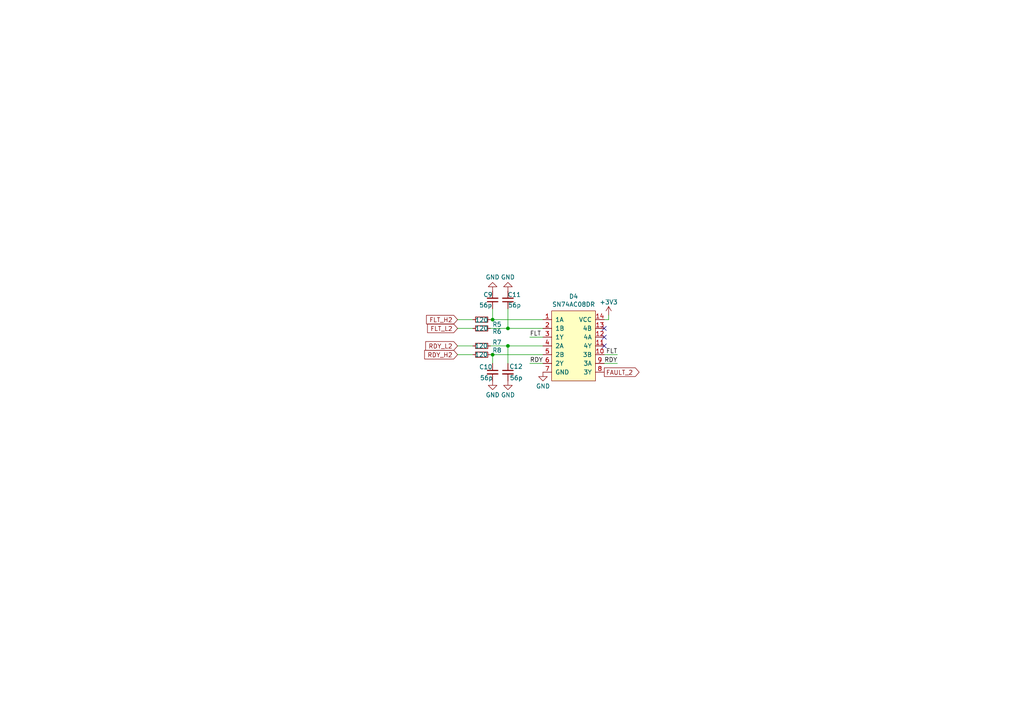
<source format=kicad_sch>
(kicad_sch (version 20211123) (generator eeschema)
  (paper "A4")
  (lib_symbols
    (symbol "Device:C_Small" (pin_numbers hide) (pin_names (offset 0.254) hide)
      (property "Reference" "C" (at 0.254 1.778 0))
      (property "Value" "C_Small" (at 0.254 -2.032 0))
      (symbol "C_Small_0_1"
        (polyline (pts (xy -1.524 -0.508) (xy 1.524 -0.508)) (stroke (width 0.3302)))
        (polyline (pts (xy -1.524 0.508) (xy 1.524 0.508)) (stroke (width 0.3048)))
      )
      (symbol "C_Small_1_1"
        (pin passive line (at 0 2.54 270) (length 2.032) (name "~") (number "1"))
        (pin passive line (at 0 -2.54 90) (length 2.032) (name "~") (number "2"))
      )
    )
    (symbol "Device:R_Small" (pin_numbers hide) (pin_names (offset 0.254) hide)
      (property "Reference" "R" (at 0.762 0.508 0))
      (property "Value" "R_Small" (at 0.762 -1.016 0))
      (symbol "R_Small_0_1"
        (rectangle (start -0.762 1.778) (end 0.762 -1.778) (stroke (width 0.2032)))
      )
      (symbol "R_Small_1_1"
        (pin passive line (at 0 2.54 270) (length 0.762) (name "~") (number "1"))
        (pin passive line (at 0 -2.54 90) (length 0.762) (name "~") (number "2"))
      )
    )
    (symbol "Logic:SN74AC08DR" (pin_names (offset 1.016))
      (property "Reference" "D" (at 0 0 0))
      (property "Value" "Logic_SN74AC08DR" (at 0 -2.54 0))
      (symbol "SN74AC08DR_0_1"
        (rectangle (start -6.35 -3.81) (end 6.35 -24.13) (fill (type background)))
      )
      (symbol "SN74AC08DR_1_1"
        (pin input line (at -8.89 -6.35 0) (length 2.54) (name "1A") (number "1"))
        (pin input line (at 8.89 -16.51 180) (length 2.54) (name "3B") (number "10"))
        (pin output line (at 8.89 -13.97 180) (length 2.54) (name "4Y") (number "11"))
        (pin input line (at 8.89 -11.43 180) (length 2.54) (name "4A") (number "12"))
        (pin input line (at 8.89 -8.89 180) (length 2.54) (name "4B") (number "13"))
        (pin input line (at 8.89 -6.35 180) (length 2.54) (name "VCC") (number "14"))
        (pin input line (at -8.89 -8.89 0) (length 2.54) (name "1B") (number "2"))
        (pin output line (at -8.89 -11.43 0) (length 2.54) (name "1Y") (number "3"))
        (pin input line (at -8.89 -13.97 0) (length 2.54) (name "2A") (number "4"))
        (pin input line (at -8.89 -16.51 0) (length 2.54) (name "2B") (number "5"))
        (pin output line (at -8.89 -19.05 0) (length 2.54) (name "2Y") (number "6"))
        (pin input line (at -8.89 -21.59 0) (length 2.54) (name "GND") (number "7"))
        (pin output line (at 8.89 -21.59 180) (length 2.54) (name "3Y") (number "8"))
        (pin input line (at 8.89 -19.05 180) (length 2.54) (name "3A") (number "9"))
      )
    )
    (symbol "power:+3.3V" (power) (pin_names (offset 0))
      (property "Value" "+3.3V" (at 0 3.556 0))
      (symbol "+3.3V_0_1"
        (polyline (pts (xy -0.762 1.27) (xy 0 2.54)))
        (polyline (pts (xy 0 0) (xy 0 2.54)))
        (polyline (pts (xy 0 2.54) (xy 0.762 1.27)))
      )
      (symbol "+3.3V_1_1"
        (pin power_in line (at 0 0 90) (length 0) hide (name "+3V3") (number "1"))
      )
    )
    (symbol "power:GND" (power) (pin_names (offset 0))
      (property "Value" "GND" (at 0 -3.81 0))
      (symbol "GND_0_1"
        (polyline (pts (xy 0 0) (xy 0 -1.27) (xy 1.27 -1.27) (xy 0 -2.54) (xy -1.27 -1.27) (xy 0 -1.27)))
      )
      (symbol "GND_1_1"
        (pin power_in line (at 0 0 270) (length 0) hide (name "GND") (number "1"))
      )
    )
  )
  (junction (at 142.875 92.71))
  (junction (at 142.875 102.87))
  (junction (at 147.32 100.33))
  (junction (at 147.32 95.25))
  (no_connect (at 175.26 100.33))
  (no_connect (at 175.26 97.79))
  (no_connect (at 175.26 95.25))
  (wire (pts (xy 142.24 102.87) (xy 142.875 102.87)))
  (wire (pts (xy 132.715 92.71) (xy 137.16 92.71)))
  (wire (pts (xy 147.32 89.535) (xy 147.32 95.25)))
  (wire (pts (xy 142.24 95.25) (xy 147.32 95.25)))
  (wire (pts (xy 142.875 102.87) (xy 157.48 102.87)))
  (wire (pts (xy 147.32 100.33) (xy 147.32 105.41)))
  (wire (pts (xy 132.715 95.25) (xy 137.16 95.25)))
  (wire (pts (xy 142.24 100.33) (xy 147.32 100.33)))
  (wire (pts (xy 132.715 100.33) (xy 137.16 100.33)))
  (wire (pts (xy 142.875 102.87) (xy 142.875 105.41)))
  (wire (pts (xy 175.26 105.41) (xy 179.07 105.41)))
  (wire (pts (xy 153.67 105.41) (xy 157.48 105.41)))
  (wire (pts (xy 142.875 89.535) (xy 142.875 92.71)))
  (wire (pts (xy 175.26 102.87) (xy 179.07 102.87)))
  (wire (pts (xy 153.67 97.79) (xy 157.48 97.79)))
  (wire (pts (xy 175.26 92.71) (xy 176.53 92.71)))
  (wire (pts (xy 147.32 95.25) (xy 157.48 95.25)))
  (wire (pts (xy 147.32 100.33) (xy 157.48 100.33)))
  (wire (pts (xy 132.715 102.87) (xy 137.16 102.87)))
  (wire (pts (xy 142.875 92.71) (xy 157.48 92.71)))
  (wire (pts (xy 176.53 92.71) (xy 176.53 91.44)))
  (wire (pts (xy 142.24 92.71) (xy 142.875 92.71)))
  (label "FLT" (at 179.07 102.87 180))
  (label "RDY" (at 153.67 105.41 0))
  (label "FLT" (at 153.67 97.79 0))
  (label "RDY" (at 179.07 105.41 180))
  (global_label "RDY_H2" (shape input) (at 132.715 102.87 180) (property "Intersheet References" "${INTERSHEET_REFS}" (effects hide)))
  (global_label "FLT_L2" (shape input) (at 132.715 95.25 180) (property "Intersheet References" "${INTERSHEET_REFS}" (effects hide)))
  (global_label "FAULT_2" (shape output) (at 175.26 107.95 0) (property "Intersheet References" "${INTERSHEET_REFS}" (effects hide)))
  (global_label "FLT_H2" (shape input) (at 132.715 92.71 180) (property "Intersheet References" "${INTERSHEET_REFS}" (effects hide)))
  (global_label "RDY_L2" (shape input) (at 132.715 100.33 180) (property "Intersheet References" "${INTERSHEET_REFS}" (effects hide)))
  (symbol (lib_id "Device:R_Small") (at 139.7 92.71 270) (unit 1)
    (property "Reference" "R5" (at 144.145 94.107 90))
    (property "Value" "120" (at 139.7 92.837 90))
    (property "Footprint" "Resistor_SMD:R_0805_2012Metric_Pad1.20x1.40mm_HandSolder" (effects hide))
  )
  (symbol (lib_id "Device:C_Small") (at 142.875 86.995 180) (unit 1)
    (property "Reference" "C9" (at 142.875 85.471 0) (effects (justify left)))
    (property "Value" "56p" (at 142.748 88.519 0) (effects (justify left)))
    (property "Footprint" "Capacitor_SMD:C_0805_2012Metric_Pad1.18x1.45mm_HandSolder" (effects hide))
  )
  (symbol (lib_id "Device:R_Small") (at 139.7 100.33 270) (unit 1)
    (property "Reference" "R7" (at 144.145 99.314 90))
    (property "Value" "120" (at 139.573 100.33 90))
    (property "Footprint" "Resistor_SMD:R_0805_2012Metric_Pad1.20x1.40mm_HandSolder" (effects hide))
  )
  (symbol (lib_id "Device:C_Small") (at 147.32 107.95 0) (unit 1)
    (property "Reference" "C12" (at 147.701 106.299 0) (effects (justify left)))
    (property "Value" "56p" (at 147.828 109.601 0) (effects (justify left)))
    (property "Footprint" "Capacitor_SMD:C_0805_2012Metric_Pad1.18x1.45mm_HandSolder" (effects hide))
  )
  (symbol (lib_id "power:GND") (at 147.32 110.49 0) (unit 1)
    (property "Reference" "#PWR027" (effects hide))
    (property "Value" "GND" (at 145.288 114.554 0) (effects (justify left)))
  )
  (symbol (lib_id "power:+3.3V") (at 176.53 91.44 0) (unit 1)
    (property "Reference" "#PWR029" (effects hide))
    (property "Value" "+3.3V" (at 176.53 87.63 0))
  )
  (symbol (lib_id "Device:R_Small") (at 139.7 102.87 270) (unit 1)
    (property "Reference" "R8" (at 144.145 101.6 90))
    (property "Value" "120" (at 139.573 102.87 90))
    (property "Footprint" "Resistor_SMD:R_0805_2012Metric_Pad1.20x1.40mm_HandSolder" (effects hide))
  )
  (symbol (lib_id "power:GND") (at 142.875 110.49 0) (unit 1)
    (property "Reference" "#PWR025" (effects hide))
    (property "Value" "GND" (at 140.843 114.554 0) (effects (justify left)))
  )
  (symbol (lib_id "Logic:SN74AC08DR") (at 166.37 86.36 0) (unit 1)
    (property "Reference" "D4" (at 166.37 85.979 0))
    (property "Value" "SN74AC08DR" (at 166.37 88.2904 0))
    (property "Footprint" "Package_SO:SOIC-14_3.9x8.7mm_P1.27mm" (effects hide))
  )
  (symbol (lib_id "power:GND") (at 147.32 84.455 180) (unit 1)
    (property "Reference" "#PWR026" (effects hide))
    (property "Value" "GND" (at 149.352 80.391 0) (effects (justify left)))
  )
  (symbol (lib_id "Device:C_Small") (at 147.32 86.995 180) (unit 1)
    (property "Reference" "C11" (at 151.13 85.471 0) (effects (justify left)))
    (property "Value" "56p" (at 151.13 88.519 0) (effects (justify left)))
    (property "Footprint" "Capacitor_SMD:C_0805_2012Metric_Pad1.18x1.45mm_HandSolder" (effects hide))
  )
  (symbol (lib_id "Device:C_Small") (at 142.875 107.95 0) (unit 1)
    (property "Reference" "C10" (at 138.938 106.426 0) (effects (justify left)))
    (property "Value" "56p" (at 139.192 109.601 0) (effects (justify left)))
    (property "Footprint" "Capacitor_SMD:C_0805_2012Metric_Pad1.18x1.45mm_HandSolder" (effects hide))
  )
  (symbol (lib_id "power:GND") (at 142.875 84.455 180) (unit 1)
    (property "Reference" "#PWR024" (effects hide))
    (property "Value" "GND" (at 144.907 80.391 0) (effects (justify left)))
  )
  (symbol (lib_id "power:GND") (at 157.48 107.95 0) (unit 1)
    (property "Reference" "#PWR028" (effects hide))
    (property "Value" "GND" (at 155.448 112.014 0) (effects (justify left)))
  )
  (symbol (lib_id "Device:R_Small") (at 139.7 95.25 270) (unit 1)
    (property "Reference" "R6" (at 144.145 96.139 90))
    (property "Value" "120" (at 139.7 95.25 90))
    (property "Footprint" "Resistor_SMD:R_0805_2012Metric_Pad1.20x1.40mm_HandSolder" (effects hide))
  )
)
</source>
